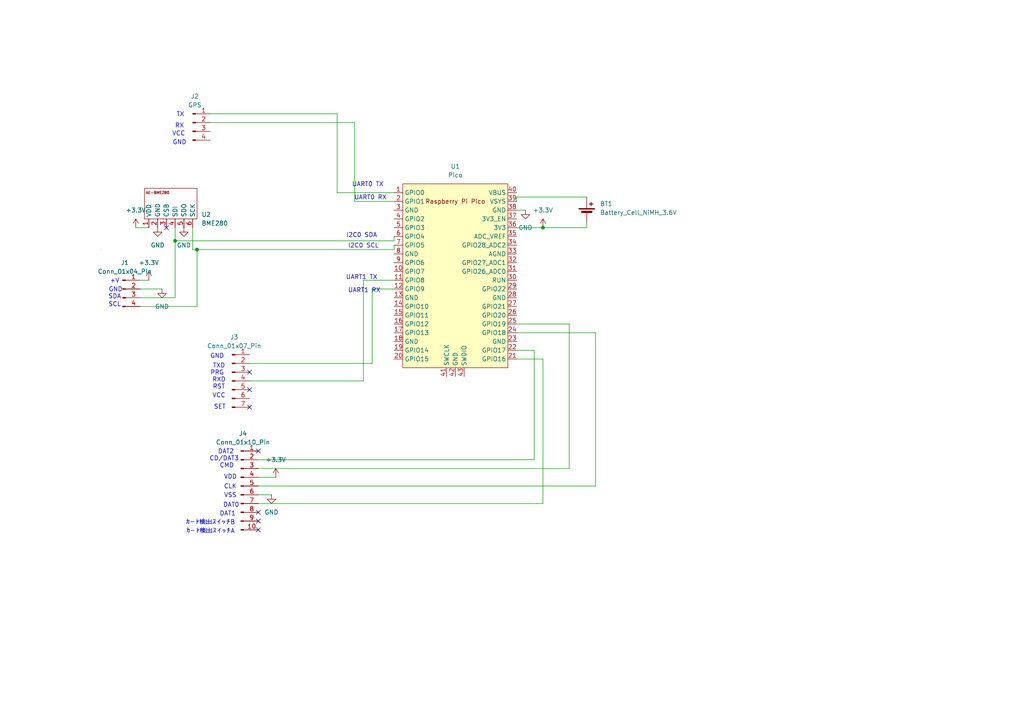
<source format=kicad_sch>
(kicad_sch (version 20231120) (generator "eeschema") (generator_version "8.0")
  (paper "A4")
  (lib_symbols
    (symbol "0_kasa_lib-2024-:BME280"
      (property "Reference" "U" (at 0 6.35 0))
      (property "Value" "BME280" (at 11.684 -5.588 0))
      (symbol "BME280_0_0"
        (text "AE-BME280" (at -3.81 3.81 0) (effects (font (size 0.762 0.762))))
      )
      (symbol "BME280_0_1"
        (rectangle (start -20.32 -12.7) (end -20.32 -12.7))
        (rectangle (start -7.62 5.08) (end 7.62 -3.81))
      )
      (symbol "BME280_1_1"
        (pin passive line (at -6.35 -6.35 90) (length 2.54) (name "VDD") (number "1"))
        (pin passive line (at -3.81 -6.35 90) (length 2.54) (name "GND") (number "2"))
        (pin passive line (at -1.27 -6.35 90) (length 2.54) (name "CSB") (number "3"))
        (pin passive line (at 1.27 -6.35 90) (length 2.54) (name "SDI") (number "4"))
        (pin passive line (at 3.81 -6.35 90) (length 2.54) (name "SDO") (number "5"))
        (pin passive line (at 6.35 -6.35 90) (length 2.54) (name "SCK") (number "6"))
      )
    )
    (symbol "Connector:Conn_01x04_Pin" (pin_names (offset 1.016) hide)
      (property "Reference" "J" (at 0 5.08 0))
      (property "Value" "Conn_01x04_Pin" (at 0 -7.62 0))
      (symbol "Conn_01x04_Pin_1_1"
        (polyline (pts (xy 1.27 -5.08) (xy 0.8636 -5.08)) (stroke (width 0.1524)))
        (polyline (pts (xy 1.27 -2.54) (xy 0.8636 -2.54)) (stroke (width 0.1524)))
        (polyline (pts (xy 1.27 0) (xy 0.8636 0)) (stroke (width 0.1524)))
        (polyline (pts (xy 1.27 2.54) (xy 0.8636 2.54)) (stroke (width 0.1524)))
        (rectangle (start 0.8636 -4.953) (end 0 -5.207) (stroke (width 0.1524)) (fill (type outline)))
        (rectangle (start 0.8636 -2.413) (end 0 -2.667) (stroke (width 0.1524)) (fill (type outline)))
        (rectangle (start 0.8636 0.127) (end 0 -0.127) (stroke (width 0.1524)) (fill (type outline)))
        (rectangle (start 0.8636 2.667) (end 0 2.413) (stroke (width 0.1524)) (fill (type outline)))
        (pin passive line (at 5.08 2.54 180) (length 3.81) (name "Pin_1") (number "1"))
        (pin passive line (at 5.08 0 180) (length 3.81) (name "Pin_2") (number "2"))
        (pin passive line (at 5.08 -2.54 180) (length 3.81) (name "Pin_3") (number "3"))
        (pin passive line (at 5.08 -5.08 180) (length 3.81) (name "Pin_4") (number "4"))
      )
    )
    (symbol "Connector:Conn_01x07_Pin" (pin_names (offset 1.016) hide)
      (property "Reference" "J" (at 0 10.16 0))
      (property "Value" "Conn_01x07_Pin" (at 0 -10.16 0))
      (symbol "Conn_01x07_Pin_1_1"
        (polyline (pts (xy 1.27 -7.62) (xy 0.8636 -7.62)) (stroke (width 0.1524)))
        (polyline (pts (xy 1.27 -5.08) (xy 0.8636 -5.08)) (stroke (width 0.1524)))
        (polyline (pts (xy 1.27 -2.54) (xy 0.8636 -2.54)) (stroke (width 0.1524)))
        (polyline (pts (xy 1.27 0) (xy 0.8636 0)) (stroke (width 0.1524)))
        (polyline (pts (xy 1.27 2.54) (xy 0.8636 2.54)) (stroke (width 0.1524)))
        (polyline (pts (xy 1.27 5.08) (xy 0.8636 5.08)) (stroke (width 0.1524)))
        (polyline (pts (xy 1.27 7.62) (xy 0.8636 7.62)) (stroke (width 0.1524)))
        (rectangle (start 0.8636 -7.493) (end 0 -7.747) (stroke (width 0.1524)) (fill (type outline)))
        (rectangle (start 0.8636 -4.953) (end 0 -5.207) (stroke (width 0.1524)) (fill (type outline)))
        (rectangle (start 0.8636 -2.413) (end 0 -2.667) (stroke (width 0.1524)) (fill (type outline)))
        (rectangle (start 0.8636 0.127) (end 0 -0.127) (stroke (width 0.1524)) (fill (type outline)))
        (rectangle (start 0.8636 2.667) (end 0 2.413) (stroke (width 0.1524)) (fill (type outline)))
        (rectangle (start 0.8636 5.207) (end 0 4.953) (stroke (width 0.1524)) (fill (type outline)))
        (rectangle (start 0.8636 7.747) (end 0 7.493) (stroke (width 0.1524)) (fill (type outline)))
        (pin passive line (at 5.08 7.62 180) (length 3.81) (name "Pin_1") (number "1"))
        (pin passive line (at 5.08 5.08 180) (length 3.81) (name "Pin_2") (number "2"))
        (pin passive line (at 5.08 2.54 180) (length 3.81) (name "Pin_3") (number "3"))
        (pin passive line (at 5.08 0 180) (length 3.81) (name "Pin_4") (number "4"))
        (pin passive line (at 5.08 -2.54 180) (length 3.81) (name "Pin_5") (number "5"))
        (pin passive line (at 5.08 -5.08 180) (length 3.81) (name "Pin_6") (number "6"))
        (pin passive line (at 5.08 -7.62 180) (length 3.81) (name "Pin_7") (number "7"))
      )
    )
    (symbol "Connector:Conn_01x10_Pin" (pin_names (offset 1.016) hide)
      (property "Reference" "J" (at 0 12.7 0))
      (property "Value" "Conn_01x10_Pin" (at 0 -15.24 0))
      (symbol "Conn_01x10_Pin_1_1"
        (polyline (pts (xy 1.27 -12.7) (xy 0.8636 -12.7)) (stroke (width 0.1524)))
        (polyline (pts (xy 1.27 -10.16) (xy 0.8636 -10.16)) (stroke (width 0.1524)))
        (polyline (pts (xy 1.27 -7.62) (xy 0.8636 -7.62)) (stroke (width 0.1524)))
        (polyline (pts (xy 1.27 -5.08) (xy 0.8636 -5.08)) (stroke (width 0.1524)))
        (polyline (pts (xy 1.27 -2.54) (xy 0.8636 -2.54)) (stroke (width 0.1524)))
        (polyline (pts (xy 1.27 0) (xy 0.8636 0)) (stroke (width 0.1524)))
        (polyline (pts (xy 1.27 2.54) (xy 0.8636 2.54)) (stroke (width 0.1524)))
        (polyline (pts (xy 1.27 5.08) (xy 0.8636 5.08)) (stroke (width 0.1524)))
        (polyline (pts (xy 1.27 7.62) (xy 0.8636 7.62)) (stroke (width 0.1524)))
        (polyline (pts (xy 1.27 10.16) (xy 0.8636 10.16)) (stroke (width 0.1524)))
        (rectangle (start 0.8636 -12.573) (end 0 -12.827) (stroke (width 0.1524)) (fill (type outline)))
        (rectangle (start 0.8636 -10.033) (end 0 -10.287) (stroke (width 0.1524)) (fill (type outline)))
        (rectangle (start 0.8636 -7.493) (end 0 -7.747) (stroke (width 0.1524)) (fill (type outline)))
        (rectangle (start 0.8636 -4.953) (end 0 -5.207) (stroke (width 0.1524)) (fill (type outline)))
        (rectangle (start 0.8636 -2.413) (end 0 -2.667) (stroke (width 0.1524)) (fill (type outline)))
        (rectangle (start 0.8636 0.127) (end 0 -0.127) (stroke (width 0.1524)) (fill (type outline)))
        (rectangle (start 0.8636 2.667) (end 0 2.413) (stroke (width 0.1524)) (fill (type outline)))
        (rectangle (start 0.8636 5.207) (end 0 4.953) (stroke (width 0.1524)) (fill (type outline)))
        (rectangle (start 0.8636 7.747) (end 0 7.493) (stroke (width 0.1524)) (fill (type outline)))
        (rectangle (start 0.8636 10.287) (end 0 10.033) (stroke (width 0.1524)) (fill (type outline)))
        (pin passive line (at 5.08 10.16 180) (length 3.81) (name "Pin_1") (number "1"))
        (pin passive line (at 5.08 -12.7 180) (length 3.81) (name "Pin_10") (number "10"))
        (pin passive line (at 5.08 7.62 180) (length 3.81) (name "Pin_2") (number "2"))
        (pin passive line (at 5.08 5.08 180) (length 3.81) (name "Pin_3") (number "3"))
        (pin passive line (at 5.08 2.54 180) (length 3.81) (name "Pin_4") (number "4"))
        (pin passive line (at 5.08 0 180) (length 3.81) (name "Pin_5") (number "5"))
        (pin passive line (at 5.08 -2.54 180) (length 3.81) (name "Pin_6") (number "6"))
        (pin passive line (at 5.08 -5.08 180) (length 3.81) (name "Pin_7") (number "7"))
        (pin passive line (at 5.08 -7.62 180) (length 3.81) (name "Pin_8") (number "8"))
        (pin passive line (at 5.08 -10.16 180) (length 3.81) (name "Pin_9") (number "9"))
      )
    )
    (symbol "Device:Battery_Cell" (pin_numbers hide) (pin_names (offset 0) hide)
      (property "Reference" "BT" (at 2.54 2.54 0))
      (property "Value" "Battery_Cell" (at 2.54 0 0))
      (symbol "Battery_Cell_0_1"
        (rectangle (start -2.286 1.778) (end 2.286 1.524) (fill (type outline)))
        (rectangle (start -1.524 1.016) (end 1.524 0.508) (fill (type outline)))
        (polyline (pts (xy 0 0.762) (xy 0 0)))
        (polyline (pts (xy 0 1.778) (xy 0 2.54)))
        (polyline (pts (xy 0.762 3.048) (xy 1.778 3.048)) (stroke (width 0.254)))
        (polyline (pts (xy 1.27 3.556) (xy 1.27 2.54)) (stroke (width 0.254)))
      )
      (symbol "Battery_Cell_1_1"
        (pin passive line (at 0 5.08 270) (length 2.54) (name "+") (number "1"))
        (pin passive line (at 0 -2.54 90) (length 2.54) (name "-") (number "2"))
      )
    )
    (symbol "MCU_RaspberryPi_and_Boards:Pico"
      (property "Reference" "U" (at -13.97 27.94 0))
      (property "Value" "Pico" (at 0 19.05 0))
      (symbol "Pico_0_0"
        (text "Raspberry Pi Pico" (at 0 21.59 0) (effects (font (size 1.27 1.27))))
      )
      (symbol "Pico_0_1"
        (rectangle (start -15.24 26.67) (end 15.24 -26.67) (fill (type background)))
      )
      (symbol "Pico_1_1"
        (pin bidirectional line (at -17.78 24.13 0) (length 2.54) (name "GPIO0") (number "1"))
        (pin bidirectional line (at -17.78 1.27 0) (length 2.54) (name "GPIO7") (number "10"))
        (pin bidirectional line (at -17.78 -1.27 0) (length 2.54) (name "GPIO8") (number "11"))
        (pin bidirectional line (at -17.78 -3.81 0) (length 2.54) (name "GPIO9") (number "12"))
        (pin power_in line (at -17.78 -6.35 0) (length 2.54) (name "GND") (number "13"))
        (pin bidirectional line (at -17.78 -8.89 0) (length 2.54) (name "GPIO10") (number "14"))
        (pin bidirectional line (at -17.78 -11.43 0) (length 2.54) (name "GPIO11") (number "15"))
        (pin bidirectional line (at -17.78 -13.97 0) (length 2.54) (name "GPIO12") (number "16"))
        (pin bidirectional line (at -17.78 -16.51 0) (length 2.54) (name "GPIO13") (number "17"))
        (pin power_in line (at -17.78 -19.05 0) (length 2.54) (name "GND") (number "18"))
        (pin bidirectional line (at -17.78 -21.59 0) (length 2.54) (name "GPIO14") (number "19"))
        (pin bidirectional line (at -17.78 21.59 0) (length 2.54) (name "GPIO1") (number "2"))
        (pin bidirectional line (at -17.78 -24.13 0) (length 2.54) (name "GPIO15") (number "20"))
        (pin bidirectional line (at 17.78 -24.13 180) (length 2.54) (name "GPIO16") (number "21"))
        (pin bidirectional line (at 17.78 -21.59 180) (length 2.54) (name "GPIO17") (number "22"))
        (pin power_in line (at 17.78 -19.05 180) (length 2.54) (name "GND") (number "23"))
        (pin bidirectional line (at 17.78 -16.51 180) (length 2.54) (name "GPIO18") (number "24"))
        (pin bidirectional line (at 17.78 -13.97 180) (length 2.54) (name "GPIO19") (number "25"))
        (pin bidirectional line (at 17.78 -11.43 180) (length 2.54) (name "GPIO20") (number "26"))
        (pin bidirectional line (at 17.78 -8.89 180) (length 2.54) (name "GPIO21") (number "27"))
        (pin power_in line (at 17.78 -6.35 180) (length 2.54) (name "GND") (number "28"))
        (pin bidirectional line (at 17.78 -3.81 180) (length 2.54) (name "GPIO22") (number "29"))
        (pin power_in line (at -17.78 19.05 0) (length 2.54) (name "GND") (number "3"))
        (pin input line (at 17.78 -1.27 180) (length 2.54) (name "RUN") (number "30"))
        (pin bidirectional line (at 17.78 1.27 180) (length 2.54) (name "GPIO26_ADC0") (number "31"))
        (pin bidirectional line (at 17.78 3.81 180) (length 2.54) (name "GPIO27_ADC1") (number "32"))
        (pin power_in line (at 17.78 6.35 180) (length 2.54) (name "AGND") (number "33"))
        (pin bidirectional line (at 17.78 8.89 180) (length 2.54) (name "GPIO28_ADC2") (number "34"))
        (pin power_in line (at 17.78 11.43 180) (length 2.54) (name "ADC_VREF") (number "35"))
        (pin power_in line (at 17.78 13.97 180) (length 2.54) (name "3V3") (number "36"))
        (pin input line (at 17.78 16.51 180) (length 2.54) (name "3V3_EN") (number "37"))
        (pin bidirectional line (at 17.78 19.05 180) (length 2.54) (name "GND") (number "38"))
        (pin power_in line (at 17.78 21.59 180) (length 2.54) (name "VSYS") (number "39"))
        (pin bidirectional line (at -17.78 16.51 0) (length 2.54) (name "GPIO2") (number "4"))
        (pin power_in line (at 17.78 24.13 180) (length 2.54) (name "VBUS") (number "40"))
        (pin input line (at -2.54 -29.21 90) (length 2.54) (name "SWCLK") (number "41"))
        (pin power_in line (at 0 -29.21 90) (length 2.54) (name "GND") (number "42"))
        (pin bidirectional line (at 2.54 -29.21 90) (length 2.54) (name "SWDIO") (number "43"))
        (pin bidirectional line (at -17.78 13.97 0) (length 2.54) (name "GPIO3") (number "5"))
        (pin bidirectional line (at -17.78 11.43 0) (length 2.54) (name "GPIO4") (number "6"))
        (pin bidirectional line (at -17.78 8.89 0) (length 2.54) (name "GPIO5") (number "7"))
        (pin power_in line (at -17.78 6.35 0) (length 2.54) (name "GND") (number "8"))
        (pin bidirectional line (at -17.78 3.81 0) (length 2.54) (name "GPIO6") (number "9"))
      )
    )
    (symbol "power:+3.3V" (power) (pin_numbers hide) (pin_names (offset 0) hide)
      (property "Value" "+3.3V" (at 0 3.556 0))
      (symbol "+3.3V_0_1"
        (polyline (pts (xy -0.762 1.27) (xy 0 2.54)))
        (polyline (pts (xy 0 0) (xy 0 2.54)))
        (polyline (pts (xy 0 2.54) (xy 0.762 1.27)))
      )
      (symbol "+3.3V_1_1"
        (pin power_in line (at 0 0 90) (length 0) (name "~") (number "1"))
      )
    )
    (symbol "power:GND" (power) (pin_numbers hide) (pin_names (offset 0) hide)
      (property "Value" "GND" (at 0 -3.81 0))
      (symbol "GND_0_1"
        (polyline (pts (xy 0 0) (xy 0 -1.27) (xy 1.27 -1.27) (xy 0 -2.54) (xy -1.27 -1.27) (xy 0 -1.27)))
      )
      (symbol "GND_1_1"
        (pin power_in line (at 0 0 270) (length 0) (name "~") (number "1"))
      )
    )
  )
  (junction (at 157.48 66.04))
  (junction (at 50.8 69.85))
  (junction (at 57.15 72.39))
  (no_connect (at 72.39 113.03))
  (no_connect (at 74.93 130.81))
  (no_connect (at 72.39 118.11))
  (no_connect (at 48.26 66.04))
  (no_connect (at 74.93 148.59))
  (no_connect (at 72.39 107.95))
  (no_connect (at 74.93 153.67))
  (no_connect (at 74.93 151.13))
  (wire (pts (xy 74.93 133.35) (xy 154.94 133.35)))
  (wire (pts (xy 170.18 64.77) (xy 170.18 66.04)))
  (wire (pts (xy 114.3 72.39) (xy 114.3 71.12)))
  (wire (pts (xy 40.64 83.82) (xy 46.99 83.82)))
  (wire (pts (xy 107.95 105.41) (xy 107.95 83.82)))
  (wire (pts (xy 60.96 35.56) (xy 102.87 35.56)))
  (wire (pts (xy 114.3 72.39) (xy 57.15 72.39)))
  (wire (pts (xy 114.3 55.88) (xy 97.79 55.88)))
  (wire (pts (xy 97.79 55.88) (xy 97.79 33.02)))
  (wire (pts (xy 57.15 88.9) (xy 40.64 88.9)))
  (wire (pts (xy 72.39 105.41) (xy 107.95 105.41)))
  (wire (pts (xy 50.8 86.36) (xy 50.8 69.85)))
  (wire (pts (xy 165.1 93.98) (xy 165.1 135.89)))
  (wire (pts (xy 149.86 66.04) (xy 157.48 66.04)))
  (wire (pts (xy 102.87 35.56) (xy 102.87 58.42)))
  (wire (pts (xy 149.86 93.98) (xy 165.1 93.98)))
  (wire (pts (xy 107.95 83.82) (xy 114.3 83.82)))
  (wire (pts (xy 172.72 140.97) (xy 74.93 140.97)))
  (wire (pts (xy 55.88 72.39) (xy 57.15 72.39)))
  (wire (pts (xy 157.48 66.04) (xy 170.18 66.04)))
  (wire (pts (xy 97.79 33.02) (xy 60.96 33.02)))
  (wire (pts (xy 50.8 69.85) (xy 114.3 69.85)))
  (wire (pts (xy 74.93 146.05) (xy 157.48 146.05)))
  (wire (pts (xy 157.48 104.14) (xy 149.86 104.14)))
  (wire (pts (xy 57.15 72.39) (xy 57.15 88.9)))
  (wire (pts (xy 39.37 66.04) (xy 43.18 66.04)))
  (wire (pts (xy 40.64 86.36) (xy 50.8 86.36)))
  (wire (pts (xy 165.1 135.89) (xy 74.93 135.89)))
  (wire (pts (xy 170.18 57.15) (xy 149.86 57.15)))
  (wire (pts (xy 40.64 81.28) (xy 43.18 81.28)))
  (wire (pts (xy 50.8 66.04) (xy 50.8 69.85)))
  (wire (pts (xy 72.39 110.49) (xy 105.41 110.49)))
  (wire (pts (xy 149.86 57.15) (xy 149.86 58.42)))
  (wire (pts (xy 74.93 138.43) (xy 80.01 138.43)))
  (wire (pts (xy 172.72 96.52) (xy 172.72 140.97)))
  (wire (pts (xy 102.87 58.42) (xy 114.3 58.42)))
  (wire (pts (xy 114.3 69.85) (xy 114.3 68.58)))
  (wire (pts (xy 149.86 60.96) (xy 152.4 60.96)))
  (wire (pts (xy 55.88 66.04) (xy 55.88 72.39)))
  (wire (pts (xy 74.93 143.51) (xy 78.74 143.51)))
  (wire (pts (xy 154.94 133.35) (xy 154.94 101.6)))
  (wire (pts (xy 157.48 146.05) (xy 157.48 104.14)))
  (wire (pts (xy 154.94 101.6) (xy 149.86 101.6)))
  (wire (pts (xy 105.41 81.28) (xy 114.3 81.28)))
  (wire (pts (xy 105.41 110.49) (xy 105.41 81.28)))
  (wire (pts (xy 149.86 96.52) (xy 172.72 96.52)))
  (text "RX" (at 52.07 36.576 0) (effects (font (size 1.27 1.27))))
  (text "RXD" (at 63.5 110.236 0) (effects (font (size 1.27 1.27))))
  (text "PRG" (at 62.992 108.204 0) (effects (font (size 1.27 1.27))))
  (text "カード検出スイッチA" (at 60.96 154.178 0) (effects (font (size 1.27 1.27))))
  (text "SCL" (at 33.274 88.392 0) (effects (font (size 1.27 1.27))))
  (text "VCC" (at 51.816 38.862 0) (effects (font (size 1.27 1.27))))
  (text "SDA" (at 33.274 86.106 0) (effects (font (size 1.27 1.27))))
  (text "UART0 RX" (at 107.442 57.404 0) (effects (font (size 1.27 1.27))))
  (text "UART1 TX" (at 104.902 80.518 0) (effects (font (size 1.27 1.27))))
  (text "GND" (at 52.07 41.402 0) (effects (font (size 1.27 1.27))))
  (text "GND" (at 33.528 84.074 0) (effects (font (size 1.27 1.27))))
  (text "VDD" (at 66.802 138.43 0) (effects (font (size 1.27 1.27))))
  (text "UART1 RX" (at 105.664 84.328 0) (effects (font (size 1.27 1.27))))
  (text "SET" (at 63.754 118.11 0) (effects (font (size 1.27 1.27))))
  (text "CLK" (at 66.802 141.224 0) (effects (font (size 1.27 1.27))))
  (text "カード検出スイッチB" (at 60.96 151.638 0) (effects (font (size 1.27 1.27))))
  (text "CD/DAT3" (at 65.024 133.096 0) (effects (font (size 1.27 1.27))))
  (text "DAT1" (at 66.04 149.098 0) (effects (font (size 1.27 1.27))))
  (text "DAT2" (at 65.532 131.064 0) (effects (font (size 1.27 1.27))))
  (text "CMD" (at 65.786 135.128 0) (effects (font (size 1.27 1.27))))
  (text "TX" (at 52.324 33.274 0) (effects (font (size 1.27 1.27))))
  (text "RST" (at 63.5 112.268 0) (effects (font (size 1.27 1.27))))
  (text "VSS" (at 66.802 143.764 0) (effects (font (size 1.27 1.27))))
  (text "+V" (at 33.274 81.534 0) (effects (font (size 1.27 1.27))))
  (text "UART0 TX" (at 106.68 53.594 0) (effects (font (size 1.27 1.27))))
  (text "I2C0 SDA" (at 104.902 68.326 0) (effects (font (size 1.27 1.27))))
  (text "I2C0 SCL" (at 105.41 71.374 0) (effects (font (size 1.27 1.27))))
  (text "VCC" (at 63.5 114.808 0) (effects (font (size 1.27 1.27))))
  (text "DAT0" (at 67.056 146.558 0) (effects (font (size 1.27 1.27))))
  (text "GND" (at 62.992 103.378 0) (effects (font (size 1.27 1.27))))
  (text "TXD" (at 63.5 106.172 0) (effects (font (size 1.27 1.27))))
  (symbol (lib_id "power:GND") (at 152.4 60.96 0) (unit 1)
    (property "Reference" "#PWR09" (effects (hide yes)))
    (property "Value" "GND" (at 152.4 66.04 0))
    (property "Description" "Power symbol creates a global label with name \"GND\" , ground" (effects (hide yes)))
  )
  (symbol (lib_id "0_kasa_lib-2024-:BME280") (at 49.53 59.69 0) (unit 1)
    (property "Reference" "U2" (at 58.42 62.2299 0) (effects (justify left)))
    (property "Value" "BME280" (at 58.42 64.7699 0) (effects (justify left)))
  )
  (symbol (lib_id "power:GND") (at 46.99 83.82 0) (unit 1)
    (property "Reference" "#PWR02" (effects (hide yes)))
    (property "Value" "GND" (at 46.99 88.9 0))
    (property "Description" "Power symbol creates a global label with name \"GND\" , ground" (effects (hide yes)))
  )
  (symbol (lib_id "Connector:Conn_01x04_Pin") (at 35.56 83.82 0) (unit 1)
    (property "Reference" "J1" (at 36.195 76.2 0))
    (property "Value" "Conn_01x04_Pin" (at 36.195 78.74 0))
    (property "Description" "Generic connector, single row, 01x04, script generated" (effects (hide yes)))
  )
  (symbol (lib_id "Connector:Conn_01x04_Pin") (at 55.88 35.56 0) (unit 1)
    (property "Reference" "J2" (at 56.515 27.94 0))
    (property "Value" "GPS" (at 56.515 30.48 0))
    (property "Description" "Generic connector, single row, 01x04, script generated" (effects (hide yes)))
  )
  (symbol (lib_id "power:+3.3V") (at 43.18 81.28 0) (unit 1)
    (property "Reference" "#PWR03" (effects (hide yes)))
    (property "Value" "+3.3V" (at 43.18 76.2 0))
    (property "Description" "Power symbol creates a global label with name \"+3.3V\"" (effects (hide yes)))
  )
  (symbol (lib_id "Connector:Conn_01x10_Pin") (at 69.85 140.97 0) (unit 1)
    (property "Reference" "J4" (at 70.485 125.73 0))
    (property "Value" "Conn_01x10_Pin" (at 70.485 128.27 0))
    (property "Description" "Generic connector, single row, 01x10, script generated" (effects (hide yes)))
  )
  (symbol (lib_id "power:GND") (at 78.74 143.51 0) (unit 1)
    (property "Reference" "#PWR06" (effects (hide yes)))
    (property "Value" "GND" (at 78.74 148.59 0))
    (property "Description" "Power symbol creates a global label with name \"GND\" , ground" (effects (hide yes)))
  )
  (symbol (lib_id "power:+3.3V") (at 80.01 138.43 0) (unit 1)
    (property "Reference" "#PWR07" (effects (hide yes)))
    (property "Value" "+3.3V" (at 80.01 133.35 0))
    (property "Description" "Power symbol creates a global label with name \"+3.3V\"" (effects (hide yes)))
  )
  (symbol (lib_id "Connector:Conn_01x07_Pin") (at 67.31 110.49 0) (unit 1)
    (property "Reference" "J3" (at 67.945 97.79 0))
    (property "Value" "Conn_01x07_Pin" (at 67.945 100.33 0))
    (property "Description" "Generic connector, single row, 01x07, script generated" (effects (hide yes)))
  )
  (symbol (lib_id "Device:Battery_Cell") (at 170.18 62.23 0) (unit 1)
    (property "Reference" "BT1" (at 173.99 59.1184 0) (effects (justify left)))
    (property "Value" "Battery_Cell_NiMH_3.6V" (at 173.99 61.6584 0) (effects (justify left)))
    (property "Description" "Single-cell battery" (effects (hide yes)))
  )
  (symbol (lib_id "power:+3.3V") (at 157.48 66.04 0) (unit 1)
    (property "Reference" "#PWR08" (effects (hide yes)))
    (property "Value" "+3.3V" (at 157.48 60.96 0))
    (property "Description" "Power symbol creates a global label with name \"+3.3V\"" (effects (hide yes)))
  )
  (symbol (lib_id "MCU_RaspberryPi_and_Boards:Pico") (at 132.08 80.01 0) (unit 1)
    (property "Reference" "U1" (at 132.08 48.26 0))
    (property "Value" "Pico" (at 132.08 50.8 0))
    (property "Footprint" "RPi_Pico:RPi_Pico_SMD_TH" (effects (hide yes)))
  )
  (symbol (lib_id "power:GND") (at 53.34 66.04 0) (unit 1)
    (property "Reference" "#PWR01" (effects (hide yes)))
    (property "Value" "GND" (at 53.34 71.12 0))
    (property "Description" "Power symbol creates a global label with name \"GND\" , ground" (effects (hide yes)))
  )
  (symbol (lib_id "power:GND") (at 45.72 66.04 0) (unit 1)
    (property "Reference" "#PWR05" (effects (hide yes)))
    (property "Value" "GND" (at 45.72 71.12 0))
    (property "Description" "Power symbol creates a global label with name \"GND\" , ground" (effects (hide yes)))
  )
  (symbol (lib_id "power:+3.3V") (at 39.37 66.04 0) (unit 1)
    (property "Reference" "#PWR04" (effects (hide yes)))
    (property "Value" "+3.3V" (at 39.37 60.96 0))
    (property "Description" "Power symbol creates a global label with name \"+3.3V\"" (effects (hide yes)))
  )
)
</source>
